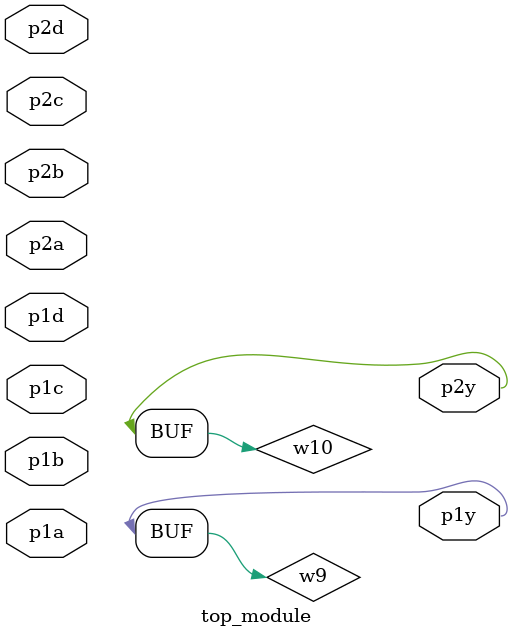
<source format=sv>
module top_module(
	input p1a, 
	input p1b, 
	input p1c, 
	input p1d, 
	output p1y, 
	input p2a, 
	input p2b, 
	input p2c, 
	input p2d, 
	output p2y
);

	// Internal wire declarations
	wire w1, w2, w3, w4, w5, w6, w7, w8;

	// 4-input NAND gate 1
	nand u1(
		.a(p1a),
		.b(p1b),
		.c(p1c),
		.d(p1d),
		.y(w1)
	);

	// 4-input NAND gate 2
	nand u2(
		.a(p2a),
		.b(p2b),
		.c(p2c),
		.d(p2d),
		.y(w2)
	);

	// Internal wire declarations
	wire w9, w10;

	// 2-input NAND gate 1
	nand u3(
		.a(w1),
		.b(w1),
		.y(w9)
	);

	// 2-input NAND gate 2
	nand u4(
		.a(w1),
		.b(w1),
		.y(w10)
	);

	// Output assignments
	assign p1y = w9;
	assign p2y = w10;

endmodule

</source>
